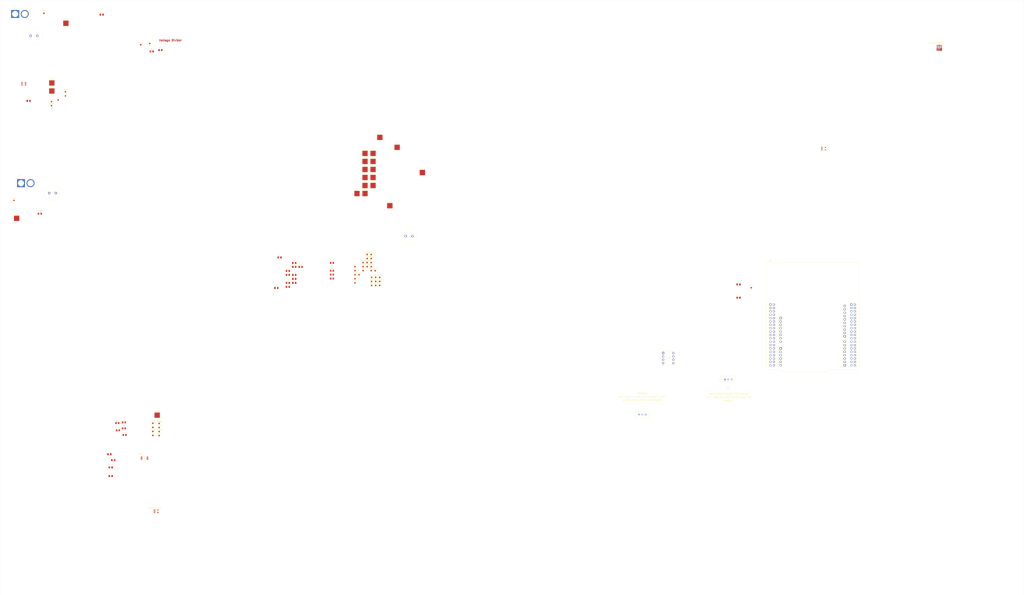
<source format=kicad_pcb>
(kicad_pcb (version 20241229) (generator "pcbnew") (generator_version "9.0")
  (layers (0 "F.Cu" signal) (4 "In1.Cu" power "GND") (6 "In2.Cu" power "3.3V") (2 "B.Cu" signal) (13 "F.Paste" user) (15 "B.Paste" user) (5 "F.SilkS" user "F.Silkscreen") (7 "B.SilkS" user "B.Silkscreen") (1 "F.Mask" user) (3 "B.Mask" user) (25 "Edge.Cuts" user))
  (net 0 "")
  (net 1 "GND")
  (net 2 "+5V")
  (net 3 "+3.3V")
  (net 4 "48V_OUT")
  (net 5 "Net-(U6-VCC)")
  (net 6 "Net-(U8-AIN0)")
  (net 7 "Net-(U8-AIN2)")
  (net 8 "Net-(U8-AIN1)")
  (net 9 "48V_IN")
  (net 10 "/CAN_H")
  (net 11 "/CAN_L")
  (net 12 "/VoltageDividerOut")
  (net 13 "/I_Sense")
  (net 14 "/V_Sense")
  (net 15 "/STM32ChipSelectSignal")
  (net 16 "Net-(U8-DOUT_DRDY_N)")
  (net 17 "/STM_MISO")
  (net 18 "Net-(U1-PA7)")
  (net 19 "/STM_MOSI")
  (net 20 "/V_Ref")
  (net 21 "/SCK")
  (net 22 "Net-(U1-PA5)")
  (net 23 "Net-(U1-PB0)")
  (net 24 "Net-(U1-PA4)")
  (net 25 "Net-(U6-PGOOD)")
  (net 26 "/STM_CAN_RX_PIN")
  (net 27 "/STM_CAN_TX_PIN")
  (net 28 "Net-(U9-BYP)")
  (footprint "Capacitor_SMD:C_0805_2012Metric_Pad1.18x1.45mm_HandSolder" (layer "F.Cu") (at 115.72695 130.633499)
    (property "Reference" "C5" (at 0 -1.68 0) (layer "F.SilkS"))
    (property "Value" "0.1uF")
    (pad "1" smd roundrect (at -1.0375 0) (size 1.175 1.45) (layers "F.Cu" "F.Mask" "F.Paste") (roundrect_rratio 0.212766) (net 2 "+5V"))
    (pad "2" smd roundrect (at 1.0375 0) (size 1.175 1.45) (layers "F.Cu" "F.Mask" "F.Paste") (roundrect_rratio 0.212766) (net 1 "GND"))
  )
  (footprint "Capacitor_SMD:C_0805_2012Metric_Pad1.18x1.45mm_HandSolder" (layer "F.Cu") (at -71 84.5)
    (property "Reference" "C24" (at 0 -1.68 0) (layer "F.SilkS"))
    (property "Value" "10uF")
    (pad "1" smd roundrect (at -1.0375 0) (size 1.175 1.45) (layers "F.Cu" "F.Mask" "F.Paste") (roundrect_rratio 0.212766) (net 1 "GND"))
    (pad "2" smd roundrect (at 1.0375 0) (size 1.175 1.45) (layers "F.Cu" "F.Mask" "F.Paste") (roundrect_rratio 0.212766) (net 1 "GND"))
  )
  (footprint "SMV_Passives:Big_Chunky_Cap" (layer "F.Cu") (at -61.5 69)
    (property "Reference" "C22" (at 0 -0.5 0) (layer "F.SilkS") (effects (font (thickness 0.1))))
    (property "Value" "470uF, 63V")
    (pad "3" thru_hole circle (at 2.50825 0) (size 1.7 1.7) (drill 1) (layers "*.Cu" "*.Mask"))
    (pad "4" thru_hole circle (at -2.50825 0) (size 1.7 1.7) (drill 1) (layers "*.Cu" "*.Mask"))
  )
  (footprint "TestPoint:TestPoint_Pad_4.0x4.0mm" (layer "F.Cu") (at 217 53.5)
    (property "Reference" "TP23" (at 0 -2.898 0) (layer "F.SilkS"))
    (property "Value" "TestPoint")
    (pad "1" smd rect (at 0 0) (size 4 4) (layers "F.Cu" "F.Mask") (net 5 "Net-(U6-VCC)"))
  )
  (footprint "TestPoint:TestPoint_Pad_4.0x4.0mm" (layer "F.Cu") (at 173.82695 51.173499)
    (property "Reference" "TP29" (at 0 -2.898 0) (layer "F.SilkS"))
    (property "Value" "TestPoint")
    (pad "1" smd rect (at 0 0) (size 4 4) (layers "F.Cu" "F.Mask") (net 1 "GND"))
  )
  (footprint "TestPoint:TestPoint_Pad_1.0x1.0mm" (layer "F.Cu") (at 178.75 135.55)
    (property "Reference" "TP35" (at 0 -1.448 0) (layer "F.SilkS"))
    (property "Value" "TestPoint")
    (pad "1" smd rect (at 0 0) (size 1 1) (layers "F.Cu" "F.Mask") (net 3 "+3.3V"))
  )
  (footprint "Capacitor_SMD:C_0805_2012Metric_Pad1.18x1.45mm_HandSolder" (layer "F.Cu") (at 120.53695 121.603499)
    (property "Reference" "C9" (at 0 -1.68 0) (layer "F.SilkS"))
    (property "Value" "22uF")
    (pad "1" smd roundrect (at -1.0375 0) (size 1.175 1.45) (layers "F.Cu" "F.Mask" "F.Paste") (roundrect_rratio 0.212766) (net 2 "+5V"))
    (pad "2" smd roundrect (at 1.0375 0) (size 1.175 1.45) (layers "F.Cu" "F.Mask" "F.Paste") (roundrect_rratio 0.212766) (net 1 "GND"))
  )
  (footprint "TestPoint:TestPoint_Pad_1.0x1.0mm" (layer "F.Cu") (at 14.05 245.5)
    (property "Reference" "TP11" (at 0 -1.448 0) (layer "F.SilkS"))
    (property "Value" "TestPoint")
    (pad "1" smd rect (at 0 0) (size 1 1) (layers "F.Cu" "F.Mask") (net 16 "Net-(U8-DOUT_DRDY_N)"))
  )
  (footprint "TestPoint:TestPoint_Pad_1.0x1.0mm" (layer "F.Cu") (at 169.32695 130.523499)
    (property "Reference" "TP16" (at 0 -1.448 0) (layer "F.SilkS"))
    (property "Value" "TestPoint")
    (pad "1" smd rect (at 0 0) (size 1 1) (layers "F.Cu" "F.Mask") (net 25 "Net-(U6-PGOOD)"))
  )
  (footprint "TestPoint:TestPoint_Pad_4.0x4.0mm" (layer "F.Cu") (at -62 -14)
    (property "Reference" "TP20" (at 0 -2.898 0) (layer "F.SilkS"))
    (property "Value" "TestPoint")
    (pad "1" smd rect (at 0 0) (size 4 4) (layers "F.Cu" "F.Mask") (net 1 "GND"))
  )
  (footprint "Resistor_SMD:R_0805_2012Metric_Pad1.20x1.40mm_HandSolder" (layer "F.Cu") (at 148.94695 127.473499)
    (property "Reference" "R9" (at 0 -1.65 0) (layer "F.SilkS"))
    (property "Value" "50Ω")
    (pad "1" smd roundrect (at -1 0) (size 1.2 1.4) (layers "F.Cu" "F.Mask" "F.Paste") (roundrect_rratio 0.208333) (net 22 "Net-(U1-PA5)"))
    (pad "2" smd roundrect (at 1 0) (size 1.2 1.4) (layers "F.Cu" "F.Mask" "F.Paste") (roundrect_rratio 0.208333) (net 21 "/SCK"))
  )
  (footprint "Capacitor_SMD:C_0805_2012Metric_Pad1.18x1.45mm_HandSolder" (layer "F.Cu") (at -17.6625 282.25)
    (property "Reference" "C2" (at 0 -1.68 0) (layer "F.SilkS"))
    (property "Value" "0.1uF")
    (pad "1" smd roundrect (at -1.0375 0) (size 1.175 1.45) (layers "F.Cu" "F.Mask" "F.Paste") (roundrect_rratio 0.212766) (net 1 "GND"))
    (pad "2" smd roundrect (at 1.0375 0) (size 1.175 1.45) (layers "F.Cu" "F.Mask" "F.Paste") (roundrect_rratio 0.212766) (net 3 "+3.3V"))
  )
  (footprint "SMV_ICs:RDN0011A-MFG" (layer "F.Cu") (at 606.229999 -40.349999)
    (property "Reference" "U6" (at 0 0 0) (layer "F.SilkS"))
    (property "Value" "PTPSM365R6V5RDNR")
    (fp_poly (pts (xy -0.199995 -2.4) (xy -0.099997 -2.5) (xy 0.1 -2.5) (xy 0.2 -2.4) (xy 0.2 -1.515001) (xy 0.239997 -1.475001) (xy 0.24 -1.475001) (xy 0.279999 -1.435001) (xy 0.279999 1.975) (xy 0.18 2.075) (xy -0.18 2.075) (xy -0.279999 1.975) (xy -0.279999 -1.435001) (xy -0.24 -1.475001) (xy -0.24 -1.474998) (xy -0.2 -1.515001)) (fill yes) (layer "F.Cu"))
    (fp_text user "Designator402" (at -2.4892 -3.937 0) (layer "F.SilkS"))
    (pad "1" smd rect (at -1.4 -1.962) (size 1.2 0.475) (layers "F.Cu") (net 25 "Net-(U6-PGOOD)"))
    (pad "2" smd rect (at -1.4 -1.15) (size 1.2 0.349999) (layers "F.Cu") (net 4 "48V_OUT"))
    (pad "3" smd rect (at -1.4 -0.650001) (size 1.2 0.349999) (layers "F.Cu") (net 4 "48V_OUT"))
    (pad "4" smd rect (at -1.2 1.000001) (size 1.599999 2.150001) (layers "F.Cu") (net 2 "+5V"))
    (pad "5" smd rect (at 1.2 1.000001) (size 1.599999 2.150001) (layers "F.Cu"))
    (pad "6" smd rect (at 1.4 -0.650001) (size 1.2 0.349999) (layers "F.Cu"))
    (pad "7" smd rect (at 1.4 -1.15) (size 1.2 0.349999) (layers "F.Cu"))
    (pad "8" smd rect (at 1.4 -1.962) (size 1.2 0.475) (layers "F.Cu") (net 5 "Net-(U6-VCC)"))
    (pad "9" smd rect (at 0.499999 -2.049998) (size 0.349999 0.900001) (layers "F.Cu") (net 2 "+5V"))
    (pad "10" smd circle (at 0 -1.004999) (size 0.504 0.504) (layers "F.Cu") (net 1 "GND"))
    (pad "11" smd rect (at -0.499999 -2.049998) (size 0.349999 0.900001) (layers "F.Cu") (net 1 "GND"))
    (pad "12" thru_hole circle (at -1.05 -0.650001) (size 0.349999 0.349999) (drill 0.2032) (layers "*.Cu" "*.Mask"))
    (pad "13" thru_hole circle (at -1.729999 -0.650001) (size 0.349999 0.349999) (drill 0.2032) (layers "*.Cu" "*.Mask"))
    (pad "14" thru_hole circle (at -0.780001 1.41) (size 0.499999 0.499999) (drill 0.2032) (layers "*.Cu" "*.Mask"))
    (pad "15" thru_hole circle (at -0.780001 0.589999) (size 0.499999 0.499999) (drill 0.2032) (layers "*.Cu" "*.Mask"))
    (pad "16" thru_hole circle (at -1.729999 1.549999) (size 0.499999 0.499999) (drill 0.2032) (layers "*.Cu" "*.Mask"))
    (pad "17" thru_hole circle (at -1.729999 1.05) (size 0.499999 0.499999) (drill 0.2032) (layers "*.Cu" "*.Mask"))
    (pad "18" thru_hole circle (at -1.729999 0.549999) (size 0.499999 0.499999) (drill 0.2032) (layers "*.Cu" "*.Mask"))
    (pad "19" thru_hole circle (at 0 -2.230001) (size 0.399999 0.399999) (drill 0.2032) (layers "*.Cu" "*.Mask"))
    (pad "20" thru_hole circle (at 0 -1.23) (size 0.399999 0.399999) (drill 0.2032) (layers "*.Cu" "*.Mask"))
    (pad "21" thru_hole circle (at 0 -0.23) (size 0.499999 0.499999) (drill 0.2032) (layers "*.Cu" "*.Mask"))
    (pad "22" thru_hole circle (at 0 0.770001) (size 0.499999 0.499999) (drill 0.2032) (layers "*.Cu" "*.Mask"))
    (pad "23" thru_hole circle (at 0 1.769999) (size 0.499999 0.499999) (drill 0.2032) (layers "*.Cu" "*.Mask"))
  )
  (footprint "SMV_Passives:Big_Chunky_Cap" (layer "F.Cu") (at -75.425 -49.5)
    (property "Reference" "C4" (at 0 -0.5 0) (layer "F.SilkS") (effects (font (thickness 0.1))))
    (property "Value" "470uF, 63V")
    (pad "3" thru_hole circle (at 2.50825 0) (size 1.7 1.7) (drill 1) (layers "*.Cu" "*.Mask"))
    (pad "4" thru_hole circle (at -2.50825 0) (size 1.7 1.7) (drill 1) (layers "*.Cu" "*.Mask"))
  )
  (footprint "TestPoint:TestPoint_Pad_1.0x1.0mm" (layer "F.Cu") (at -68 -66.5)
    (property "Reference" "TP2" (at 0 -1.448 0) (layer "F.SilkS"))
    (property "Value" "TestPoint")
    (pad "1" smd rect (at 0 0) (size 1 1) (layers "F.Cu" "F.Mask") (net 9 "48V_IN"))
  )
  (footprint "TestPoint:TestPoint_Pad_1.0x1.0mm" (layer "F.Cu") (at 172.37695 121.373499)
    (property "Reference" "TP26" (at 0 -1.448 0) (layer "F.SilkS"))
    (property "Value" "TestPoint")
    (pad "1" smd rect (at 0 0) (size 1 1) (layers "F.Cu" "F.Mask") (net 3 "+3.3V"))
  )
  (footprint "TestPoint:TestPoint_Pad_1.0x1.0mm" (layer "F.Cu") (at -62.25 0)
    (property "Reference" "TP17" (at 0 -1.448 0) (layer "F.SilkS"))
    (property "Value" "TestPoint")
    (pad "1" smd rect (at 0 0) (size 1 1) (layers "F.Cu" "F.Mask") (net 13 "/I_Sense"))
  )
  (footprint "TestPoint:TestPoint_Pad_1.0x1.0mm" (layer "F.Cu") (at 175.42695 124.423499)
    (property "Reference" "TP40" (at 0 -1.448 0) (layer "F.SilkS"))
    (property "Value" "TestPoint")
    (pad "1" smd rect (at 0 0) (size 1 1) (layers "F.Cu" "F.Mask") (net 3 "+3.3V"))
  )
  (footprint "SMV_ICs:PDIP8_300MC_MCH" (layer "F.Cu") (at 398.32 189.51)
    (property "Reference" "U3" (at 3.81 3.81 0) (layer "F.SilkS"))
    (property "Value" "MCP2562")
    (fp_text user "*" (at 0 -1.5113 0) (layer "F.SilkS"))
    (fp_text user "*" (at 0 -1.5113 0) (layer "F.SilkS"))
    (pad "1" thru_hole rect (at 0 0) (size 1.4986 1.4986) (drill 0.9906) (layers "*.Cu" "*.Mask") (net 27 "/STM_CAN_TX_PIN"))
    (pad "2" thru_hole circle (at 0 2.54) (size 1.4986 1.4986) (drill 0.9906) (layers "*.Cu" "*.Mask") (net 1 "GND"))
    (pad "3" thru_hole circle (at 0 5.08) (size 1.4986 1.4986) (drill 0.9906) (layers "*.Cu" "*.Mask") (net 2 "+5V"))
    (pad "4" thru_hole circle (at 0 7.62) (size 1.4986 1.4986) (drill 0.9906) (layers "*.Cu" "*.Mask") (net 26 "/STM_CAN_RX_PIN"))
    (pad "5" thru_hole circle (at 7.62 7.62) (size 1.4986 1.4986) (drill 0.9906) (layers "*.Cu" "*.Mask") (net 3 "+3.3V"))
    (pad "6" thru_hole circle (at 7.62 5.08) (size 1.4986 1.4986) (drill 0.9906) (layers "*.Cu" "*.Mask") (net 11 "/CAN_L"))
    (pad "7" thru_hole circle (at 7.62 2.54) (size 1.4986 1.4986) (drill 0.9906) (layers "*.Cu" "*.Mask") (net 10 "/CAN_H"))
    (pad "8" thru_hole circle (at 7.62 0) (size 1.4986 1.4986) (drill 0.9906) (layers "*.Cu" "*.Mask") (net 1 "GND"))
  )
  (footprint "TestPoint:TestPoint_Pad_1.0x1.0mm" (layer "F.Cu") (at 184.85 132.5)
    (property "Reference" "TP55" (at 0 -1.448 0) (layer "F.SilkS"))
    (property "Value" "TestPoint")
    (pad "1" smd rect (at 0 0) (size 1 1) (layers "F.Cu" "F.Mask") (net 3 "+3.3V"))
  )
  (footprint "TestPoint:TestPoint_Pad_1.0x1.0mm" (layer "F.Cu") (at 181.8 138.6)
    (property "Reference" "TP48" (at 0 -1.448 0) (layer "F.SilkS"))
    (property "Value" "TestPoint")
    (pad "1" smd rect (at 0 0) (size 1 1) (layers "F.Cu" "F.Mask") (net 2 "+5V"))
  )
  (footprint "TestPoint:TestPoint_Pad_1.0x1.0mm" (layer "F.Cu") (at 172.37695 127.473499)
    (property "Reference" "TP30" (at 0 -1.448 0) (layer "F.SilkS"))
    (property "Value" "TestPoint")
    (pad "1" smd rect (at 0 0) (size 1 1) (layers "F.Cu" "F.Mask") (net 18 "Net-(U1-PA7)"))
  )
  (footprint "Resistor_SMD:R_0805_2012Metric_Pad1.20x1.40mm_HandSolder" (layer "F.Cu") (at -7.7 241.75)
    (property "Reference" "R3" (at 0 -1.65 0) (layer "F.SilkS"))
    (property "Value" "500Ω")
    (pad "1" smd roundrect (at -1 0) (size 1.2 1.4) (layers "F.Cu" "F.Mask" "F.Paste") (roundrect_rratio 0.208333) (net 13 "/I_Sense"))
    (pad "2" smd roundrect (at 1 0) (size 1.2 1.4) (layers "F.Cu" "F.Mask" "F.Paste") (roundrect_rratio 0.208333) (net 6 "Net-(U8-AIN0)"))
  )
  (footprint "TestPoint:TestPoint_Pad_1.0x1.0mm" (layer "F.Cu") (at 11.75 -43.75)
    (property "Reference" "TP1" (at 0 -1.448 0) (layer "F.SilkS"))
    (property "Value" "TestPoint")
    (pad "1" smd rect (at 0 0) (size 1 1) (layers "F.Cu" "F.Mask") (net 12 "/VoltageDividerOut"))
  )
  (footprint "Capacitor_SMD:C_0805_2012Metric_Pad1.18x1.45mm_HandSolder" (layer "F.Cu") (at 115.72695 127.623499)
    (property "Reference" "C3" (at 0 -1.68 0) (layer "F.SilkS"))
    (property "Value" "0.1uF")
    (pad "1" smd roundrect (at -1.0375 0) (size 1.175 1.45) (layers "F.Cu" "F.Mask" "F.Paste") (roundrect_rratio 0.212766) (net 1 "GND"))
    (pad "2" smd roundrect (at 1.0375 0) (size 1.175 1.45) (layers "F.Cu" "F.Mask" "F.Paste") (roundrect_rratio 0.212766) (net 3 "+3.3V"))
  )
  (footprint "Resistor_SMD:R_0805_2012Metric_Pad1.20x1.40mm_HandSolder" (layer "F.Cu") (at -12.2 247.75)
    (property "Reference" "R6" (at 0 -1.65 0) (layer "F.SilkS"))
    (property "Value" "50Ω")
    (pad "1" smd roundrect (at -1 0) (size 1.2 1.4) (layers "F.Cu" "F.Mask" "F.Paste") (roundrect_rratio 0.208333) (net 16 "Net-(U8-DOUT_DRDY_N)"))
    (pad "2" smd roundrect (at 1 0) (size 1.2 1.4) (layers "F.Cu" "F.Mask" "F.Paste") (roundrect_rratio 0.208333) (net 17 "/STM_MISO"))
  )
  (footprint "SMV_ICs:SOIC_DBVRQ1_TEX" (layer "F.Cu") (at -83.13475 -13.450001)
    (property "Reference" "U4" (at 0 0 0) (layer "F.SilkS"))
    (property "Value" "TMCS1126B6AQDVGRQ1")
    (fp_text user "*" (at -1.61925 -2.6518 0) (layer "F.SilkS"))
    (fp_text user "*" (at -1.61925 -2.6518 0) (layer "F.SilkS"))
    (pad "1" smd rect (at -1.36525 -0.950001) (size 0.9779 0.5588) (layers "F.Cu" "F.Mask" "F.Paste") (net 9 "48V_IN"))
    (pad "2" smd rect (at -1.36525 0) (size 0.9779 0.5588) (layers "F.Cu" "F.Mask" "F.Paste") (net 4 "48V_OUT"))
    (pad "3" smd rect (at -1.36525 0.950001) (size 0.9779 0.5588) (layers "F.Cu" "F.Mask" "F.Paste") (net 1 "GND"))
    (pad "4" smd rect (at 1.36525 0.950001) (size 0.9779 0.5588) (layers "F.Cu" "F.Mask" "F.Paste") (net 3 "+3.3V"))
    (pad "5" smd rect (at 1.36525 0) (size 0.9779 0.5588) (layers "F.Cu" "F.Mask" "F.Paste") (net 3 "+3.3V"))
    (pad "6" smd rect (at 1.36525 -0.950001) (size 0.9779 0.5588) (layers "F.Cu" "F.Mask" "F.Paste") (net 13 "/I_Sense"))
  )
  (footprint "TestPoint:TestPoint_Pad_1.0x1.0mm" (layer "F.Cu") (at 18.8 248.7)
    (property "Reference" "TP60" (at 0 -1.448 0) (layer "F.SilkS"))
    (property "Value" "TestPoint")
    (pad "1" smd rect (at 0 0) (size 1 1) (layers "F.Cu" "F.Mask") (net 8 "Net-(U8-AIN1)"))
  )
  (footprint "Capacitor_SMD:C_0805_2012Metric_Pad1.18x1.45mm_HandSolder" (layer "F.Cu") (at 115.72695 136.653499)
    (property "Reference" "C7" (at 0 -1.68 0) (layer "F.SilkS"))
    (property "Value" "1uF")
    (pad "1" smd roundrect (at -1.0375 0) (size 1.175 1.45) (layers "F.Cu" "F.Mask" "F.Paste") (roundrect_rratio 0.212766) (net 1 "GND"))
    (pad "2" smd roundrect (at 1.0375 0) (size 1.175 1.45) (layers "F.Cu" "F.Mask" "F.Paste") (roundrect_rratio 0.212766) (net 5 "Net-(U6-VCC)"))
  )
  (footprint "Resistor_SMD:R_0805_2012Metric_Pad1.20x1.40mm_HandSolder" (layer "F.Cu") (at -12.7 242.25)
    (property "Reference" "R5" (at 0 -1.65 0) (layer "F.SilkS"))
    (property "Value" "4k7")
    (pad "1" smd roundrect (at -1 0) (size 1.2 1.4) (layers "F.Cu" "F.Mask" "F.Paste") (roundrect_rratio 0.208333) (net 3 "+3.3V"))
    (pad "2" smd roundrect (at 1 0) (size 1.2 1.4) (layers "F.Cu" "F.Mask" "F.Paste") (roundrect_rratio 0.208333) (net 15 "/STM32ChipSelectSignal"))
  )
  (footprint "TestPoint:TestPoint_Pad_4.0x4.0mm" (layer "F.Cu") (at 173.82695 45.123499)
    (property "Reference" "TP28" (at 0 -2.898 0) (layer "F.SilkS"))
    (property "Value" "TestPoint")
    (pad "1" smd rect (at 0 0) (size 4 4) (layers "F.Cu" "F.Mask") (net 1 "GND"))
  )
  (footprint "SMV_Connectors:3pin_CON_22035035_MOL" (layer "F.Cu") (at 385.13 235.82)
    (property "Reference" "J4" (at -2.49999 -6.35 0) (layer "F.SilkS"))
    (property "Value" "22035035")
    (fp_text user "22035035" (at -2.49999 -15.860001 0) (layer "F.SilkS"))
    (fp_text user "MINI-SPOX_2.5_W/B_VERT_PLUG_ASSY_-3_CKT" (at -2.49999 -13.320001 0) (layer "F.SilkS"))
    (fp_text user "WITHOUT_COIN,_COPPER_UNDERPLATING" (at -2.49999 -10.780001 0) (layer "F.SilkS"))
    (pad "1" thru_hole rect (at 0 0) (size 1.15 1.15) (drill 0.8) (layers "*.Cu" "*.Mask") (net 10 "/CAN_H"))
    (pad "2" thru_hole circle (at -2.5 0) (size 1.15 1.15) (drill 0.8) (layers "*.Cu" "*.Mask") (net 1 "GND"))
    (pad "3" thru_hole circle (at -5 0) (size 1.15 1.15) (drill 0.8) (layers "*.Cu" "*.Mask") (net 11 "/CAN_L"))
  )
  (footprint "TestPoint:TestPoint_Pad_1.0x1.0mm" (layer "F.Cu") (at 178.47695 115.273499)
    (property "Reference" "TP49" (at 0 -1.448 0) (layer "F.SilkS"))
    (property "Value" "TestPoint")
    (pad "1" smd rect (at 0 0) (size 1 1) (layers "F.Cu" "F.Mask") (net 26 "/STM_CAN_RX_PIN"))
  )
  (footprint "Resistor_SMD:R_0805_2012Metric_Pad1.20x1.40mm_HandSolder" (layer "F.Cu") (at 148.94695 133.373499)
    (property "Reference" "R12" (at 0 -1.65 0) (layer "F.SilkS"))
    (property "Value" "50Ω")
    (pad "1" smd roundrect (at -1 0) (size 1.2 1.4) (layers "F.Cu" "F.Mask" "F.Paste") (roundrect_rratio 0.208333) (net 24 "Net-(U1-PA4)"))
    (pad "2" smd roundrect (at 1 0) (size 1.2 1.4) (layers "F.Cu" "F.Mask" "F.Paste") (roundrect_rratio 0.208333) (net 15 "/STM32ChipSelectSignal"))
  )
  (footprint "TestPoint:TestPoint_Pad_1.0x1.0mm" (layer "F.Cu") (at 181.52695 127.473499)
    (property "Reference" "TP64" (at 0 -1.448 0) (layer "F.SilkS"))
    (property "Value" "TestPoint")
    (pad "1" smd rect (at 0 0) (size 1 1) (layers "F.Cu" "F.Mask") (net 2 "+5V"))
  )
  (footprint "TestPoint:TestPoint_Pad_1.0x1.0mm" (layer "F.Cu") (at 178.75 132.5)
    (property "Reference" "TP34" (at 0 -1.448 0) (layer "F.SilkS"))
    (property "Value" "TestPoint")
    (pad "1" smd rect (at 0 0) (size 1 1) (layers "F.Cu" "F.Mask") (net 24 "Net-(U1-PA4)"))
  )
  (footprint "TestPoint:TestPoint_Pad_1.0x1.0mm" (layer "F.Cu") (at 464.63 140.32)
    (property "Reference" "TP42" (at 0 -1.448 0) (layer "F.SilkS"))
    (property "Value" "TestPoint")
    (pad "1" smd rect (at 0 0) (size 1 1) (layers "F.Cu" "F.Mask") (net 3 "+3.3V"))
  )
  (footprint "TestPoint:TestPoint_Pad_1.0x1.0mm" (layer "F.Cu") (at 5 -42.75)
    (property "Reference" "TP66" (at 0 -1.448 0) (layer "F.SilkS"))
    (property "Value" "TestPoint")
    (pad "1" smd rect (at 0 0) (size 1 1) (layers "F.Cu" "F.Mask") (net 4 "48V_OUT"))
  )
  (footprint "TestPoint:TestPoint_Pad_1.0x1.0mm" (layer "F.Cu") (at 18.8 245.65)
    (property "Reference" "TP59" (at 0 -1.448 0) (layer "F.SilkS"))
    (property "Value" "TestPoint")
    (pad "1" smd rect (at 0 0) (size 1 1) (layers "F.Cu" "F.Mask") (net 6 "Net-(U8-AIN0)"))
  )
  (footprint "TestPoint:TestPoint_Pad_4.0x4.0mm" (layer "F.Cu") (at 179.87695 51.173499)
    (property "Reference" "TP45" (at 0 -2.898 0) (layer "F.SilkS"))
    (property "Value" "TestPoint")
    (pad "1" smd rect (at 0 0) (size 4 4) (layers "F.Cu" "F.Mask") (net 1 "GND"))
  )
  (footprint "Capacitor_SMD:C_0805_2012Metric_Pad1.18x1.45mm_HandSolder" (layer "F.Cu") (at 120.53695 124.613499)
    (property "Reference" "C11" (at 0 -1.68 0) (layer "F.SilkS"))
    (property "Value" "2.2uF")
    (pad "1" smd roundrect (at -1.0375 0) (size 1.175 1.45) (layers "F.Cu" "F.Mask" "F.Paste") (roundrect_rratio 0.212766) (net 1 "GND"))
    (pad "2" smd roundrect (at 1.0375 0) (size 1.175 1.45) (layers "F.Cu" "F.Mask" "F.Paste") (roundrect_rratio 0.212766) (net 3 "+3.3V"))
  )
  (footprint "TestPoint:TestPoint_Pad_4.0x4.0mm" (layer "F.Cu") (at -62 -7.95)
    (property "Reference" "TP21" (at 0 -2.898 0) (layer "F.SilkS"))
    (property "Value" "TestPoint")
    (pad "1" smd rect (at 0 0) (size 4 4) (layers "F.Cu" "F.Mask") (net 1 "GND"))
  )
  (footprint "TestPoint:TestPoint_Pad_1.0x1.0mm" (layer "F.Cu") (at -57.25 -1.25)
    (property "Reference" "TP9" (at 0 -1.448 0) (layer "F.SilkS"))
    (property "Value" "TestPoint")
    (pad "1" smd rect (at 0 0) (size 1 1) (layers "F.Cu" "F.Mask") (net 9 "48V_IN"))
  )
  (footprint "TestPoint:TestPoint_Pad_4.0x4.0mm" (layer "F.Cu") (at 173.82695 39.073499)
    (property "Reference" "TP25" (at 0 -2.898 0) (layer "F.SilkS"))
    (property "Value" "TestPoint")
    (pad "1" smd rect (at 0 0) (size 4 4) (layers "F.Cu" "F.Mask") (net 1 "GND"))
  )
  (footprint "Capacitor_SMD:C_0805_2012Metric_Pad1.18x1.45mm_HandSolder" (layer "F.Cu") (at -17.6625 275.75)
    (property "Reference" "C16" (at 0 -1.68 0) (layer "F.SilkS"))
    (property "Value" "0.1uF")
    (pad "1" smd roundrect (at -1.0375 0) (size 1.175 1.45) (layers "F.Cu" "F.Mask" "F.Paste") (roundrect_rratio 0.212766) (net 6 "Net-(U8-AIN0)"))
    (pad "2" smd roundrect (at 1.0375 0) (size 1.175 1.45) (layers "F.Cu" "F.Mask" "F.Paste") (roundrect_rratio 0.212766) (net 1 "GND"))
  )
  (footprint "Capacitor_SMD:C_0805_2012Metric_Pad1.18x1.45mm_HandSolder" (layer "F.Cu") (at -79.5 -0.5)
    (property "Reference" "C23" (at 0 -1.68 0) (layer "F.SilkS"))
    (property "Value" "0.1uF")
    (pad "1" smd roundrect (at -1.0375 0) (size 1.175 1.45) (layers "F.Cu" "F.Mask" "F.Paste") (roundrect_rratio 0.212766) (net 3 "+3.3V"))
    (pad "2" smd roundrect (at 1.0375 0) (size 1.175 1.45) (layers "F.Cu" "F.Mask" "F.Paste") (roundrect_rratio 0.212766) (net 1 "GND"))
  )
  (footprint "TestPoint:TestPoint_Pad_1.0x1.0mm" (layer "F.Cu") (at 178.47695 118.323499)
    (property "Reference" "TP50" (at 0 -1.448 0) (layer "F.SilkS"))
    (property "Value" "TestPoint")
    (pad "1" smd rect (at 0 0) (size 1 1) (layers "F.Cu" "F.Mask") (net 11 "/CAN_L"))
  )
  (footprint "TestPoint:TestPoint_Pad_1.0x1.0mm" (layer "F.Cu") (at 166.27695 133.573499)
    (property "Reference" "TP7" (at 0 -1.448 0) (layer "F.SilkS"))
    (property "Value" "TestPoint")
    (pad "1" smd rect (at 0 0) (size 1 1) (layers "F.Cu" "F.Mask") (net 3 "+3.3V"))
  )
  (footprint "Capacitor_SMD:C_0805_2012Metric_Pad1.18x1.45mm_HandSolder" (layer "F.Cu") (at 120.53695 136.653499)
    (property "Reference" "C15" (at 0 -1.68 0) (layer "F.SilkS"))
    (property "Value" "0.1uF")
    (pad "1" smd roundrect (at -1.0375 0) (size 1.175 1.45) (layers "F.Cu" "F.Mask" "F.Paste") (roundrect_rratio 0.212766) (net 1 "GND"))
    (pad "2" smd roundrect (at 1.0375 0) (size 1.175 1.45) (layers "F.Cu" "F.Mask" "F.Paste") (roundrect_rratio 0.212766) (net 4 "48V_OUT"))
  )
  (footprint "Capacitor_SMD:C_0805_2012Metric_Pad1.18x1.45mm_HandSolder" (layer "F.Cu") (at 120.53695 133.643499)
    (property "Reference" "C14" (at 0 -1.68 0) (layer "F.SilkS"))
    (property "Value" "0.1uF")
    (pad "1" smd roundrect (at -1.0375 0) (size 1.175 1.45) (layers "F.Cu" "F.Mask" "F.Paste") (roundrect_rratio 0.212766) (net 1 "GND"))
    (pad "2" smd roundrect (at 1.0375 0) (size 1.175 1.45) (layers "F.Cu" "F.Mask" "F.Paste") (roundrect_rratio 0.212766) (net 3 "+3.3V"))
  )
  (footprint "SMV_Connectors:3pin_CON_22035035_MOL" (layer "F.Cu") (at 444.88401 209.469998 180)
    (property "Reference" "J3" (at -2.49999 -6.35 180) (layer "F.SilkS"))
    (property "Value" "22035035")
    (fp_text user "WITHOUT_COIN,_COPPER_UNDERPLATING" (at -2.49999 -10.780001 180) (layer "F.SilkS"))
    (fp_text user "22035035" (at -2.49999 -15.860001 180) (layer "F.SilkS"))
    (fp_text user "MINI-SPOX_2.5_W/B_VERT_PLUG_ASSY_-3_CKT" (at -2.49999 -13.320001 180) (layer "F.SilkS"))
    (pad "1" thru_hole rect (at 0 0 180) (size 1.15 1.15) (drill 0.8) (layers "*.Cu" "*.Mask") (net 10 "/CAN_H"))
    (pad "2" thru_hole circle (at -2.5 0 180) (size 1.15 1.15) (drill 0.8) (layers "*.Cu" "*.Mask") (net 1 "GND"))
    (pad "3" thru_hole circle (at -5 0 180) (size 1.15 1.15) (drill 0.8) (layers "*.Cu" "*.Mask") (net 11 "/CAN_L"))
  )
  (footprint "TestPoint:TestPoint_Pad_4.0x4.0mm" (layer "F.Cu") (at 173.82695 63.273499)
    (property "Reference" "TP32" (at 0 -2.898 0) (layer "F.SilkS"))
    (property "Value" "TestPoint")
    (pad "1" smd rect (at 0 0) (size 4 4) (layers "F.Cu" "F.Mask") (net 1 "GND"))
  )
  (footprint "TestPoint:TestPoint_Pad_1.0x1.0mm" (layer "F.Cu") (at -51.75 -4.25)
    (property "Reference" "TP22" (at 0 -1.448 0) (layer "F.SilkS"))
    (property "Value" "TestPoint")
    (pad "1" smd rect (at 0 0) (size 1 1) (layers "F.Cu" "F.Mask") (net 3 "+3.3V"))
  )
  (footprint "Capacitor_SMD:C_0805_2012Metric_Pad1.18x1.45mm_HandSolder" (layer "F.Cu") (at -24.4625 -65.5)
    (property "Reference" "C21" (at 0 -1.68 0) (layer "F.SilkS"))
    (property "Value" "10uF")
    (pad "1" smd roundrect (at -1.0375 0) (size 1.175 1.45) (layers "F.Cu" "F.Mask" "F.Paste") (roundrect_rratio 0.212766) (net 1 "GND"))
    (pad "2" smd roundrect (at 1.0375 0) (size 1.175 1.45) (layers "F.Cu" "F.Mask" "F.Paste") (roundrect_rratio 0.212766) (net 1 "GND"))
  )
  (footprint "Capacitor_SMD:C_0805_2012Metric_Pad1.18x1.45mm_HandSolder" (layer "F.Cu") (at 455.0925 137.82)
    (property "Reference" "C12" (at 0 -1.68 0) (layer "F.SilkS"))
    (property "Value" "0.1uF")
    (pad "1" smd roundrect (at -1.0375 0) (size 1.175 1.45) (layers "F.Cu" "F.Mask" "F.Paste") (roundrect_rratio 0.212766) (net 1 "GND"))
    (pad "2" smd roundrect (at 1.0375 0) (size 1.175 1.45) (layers "F.Cu" "F.Mask" "F.Paste") (roundrect_rratio 0.212766) (net 3 "+3.3V"))
  )
  (footprint "TestPoint:TestPoint_Pad_1.0x1.0mm" (layer "F.Cu") (at 181.8 135.55)
    (property "Reference" "TP46" (at 0 -1.448 0) (layer "F.SilkS"))
    (property "Value" "TestPoint")
    (pad "1" smd rect (at 0 0) (size 1 1) (layers "F.Cu" "F.Mask") (net 27 "/STM_CAN_TX_PIN"))
  )
  (footprint "TestPoint:TestPoint_Pad_1.0x1.0mm" (layer "F.Cu") (at -62.25 3.05)
    (property "Reference" "TP18" (at 0 -1.448 0) (layer "F.SilkS"))
    (property "Value" "TestPoint")
    (pad "1" smd rect (at 0 0) (size 1 1) (layers "F.Cu" "F.Mask") (net 20 "/V_Ref"))
  )
  (footprint "SMV_ICs:MODULE_NUCLEO-F446RE" (layer "F.Cu") (at 510.87 162.55)
    (property "Reference" "U1" (at -31.825 -42.635 0) (layer "F.SilkS"))
    (property "Value" "~")
    (pad "" np_thru_hole circle (at -24.13 -13.32) (size 3 3) (drill 3) (layers "*.Cu" "*.Mask"))
    (pad "" np_thru_hole circle (at 8.89 38.75) (size 3 3) (drill 3) (layers "*.Cu" "*.Mask"))
    (pad "" np_thru_hole circle (at 24.13 -12.05) (size 3 3) (drill 3) (layers "*.Cu" "*.Mask"))
    (pad "CN5_1" thru_hole rect (at 24.13 14.37) (size 1.605 1.605) (drill 1.07) (layers "*.Cu" "*.Mask"))
    (pad "CN5_2" thru_hole circle (at 24.13 11.83) (size 1.605 1.605) (drill 1.07) (layers "*.Cu" "*.Mask"))
    (pad "CN5_3" thru_hole circle (at 24.13 9.29) (size 1.605 1.605) (drill 1.07) (layers "*.Cu" "*.Mask"))
    (pad "CN5_4" thru_hole circle (at 24.13 6.75) (size 1.605 1.605) (drill 1.07) (layers "*.Cu" "*.Mask"))
    (pad "CN5_5" thru_hole circle (at 24.13 4.21) (size 1.605 1.605) (drill 1.07) (layers "*.Cu" "*.Mask"))
    (pad "CN5_6" thru_hole circle (at 24.13 1.67) (size 1.605 1.605) (drill 1.07) (layers "*.Cu" "*.Mask"))
    (pad "CN5_7" thru_hole circle (at 24.13 -0.87) (size 1.605 1.605) (drill 1.07) (layers "*.Cu" "*.Mask"))
    (pad "CN5_8" thru_hole circle (at 24.13 -3.41) (size 1.605 1.605) (drill 1.07) (layers "*.Cu" "*.Mask"))
    (pad "CN5_9" thru_hole circle (at 24.13 -5.95) (size 1.605 1.605) (drill 1.07) (layers "*.Cu" "*.Mask"))
    (pad "CN5_10" thru_hole circle (at 24.13 -8.49) (size 1.605 1.605) (drill 1.07) (layers "*.Cu" "*.Mask"))
    (pad "CN6_1" thru_hole rect (at -24.13 0.65) (size 1.605 1.605) (drill 1.07) (layers "*.Cu" "*.Mask"))
    (pad "CN6_2" thru_hole circle (at -24.13 3.19) (size 1.605 1.605) (drill 1.07) (layers "*.Cu" "*.Mask"))
    (pad "CN6_3" thru_hole circle (at -24.13 5.73) (size 1.605 1.605) (drill 1.07) (layers "*.Cu" "*.Mask"))
    (pad "CN6_4" thru_hole circle (at -24.13 8.27) (size 1.605 1.605) (drill 1.07) (layers "*.Cu" "*.Mask"))
    (pad "CN6_5" thru_hole circle (at -24.13 10.81) (size 1.605 1.605) (drill 1.07) (layers "*.Cu" "*.Mask"))
    (pad "CN6_6" thru_hole circle (at -24.13 13.35) (size 1.605 1.605) (drill 1.07) (layers "*.Cu" "*.Mask"))
    (pad "CN6_7" thru_hole circle (at -24.13 15.89) (size 1.605 1.605) (drill 1.07) (layers "*.Cu" "*.Mask"))
    (pad "CN6_8" thru_hole circle (at -24.13 18.43) (size 1.605 1.605) (drill 1.07) (layers "*.Cu" "*.Mask"))
    (pad "CN7_1" thru_hole rect (at -31.75 -9.51) (size 1.53 1.53) (drill 1.02) (layers "*.Cu" "*.Mask"))
    (pad "CN7_2" thru_hole circle (at -29.21 -9.51) (size 1.53 1.53) (drill 1.02) (layers "*.Cu" "*.Mask"))
    (pad "CN7_3" thru_hole circle (at -31.75 -6.97) (size 1.53 1.53) (drill 1.02) (layers "*.Cu" "*.Mask"))
    (pad "CN7_4" thru_hole circle (at -29.21 -6.97) (size 1.53 1.53) (drill 1.02) (layers "*.Cu" "*.Mask"))
    (pad "CN7_5" thru_hole circle (at -31.75 -4.43) (size 1.53 1.53) (drill 1.02) (layers "*.Cu" "*.Mask"))
    (pad "CN7_6" thru_hole circle (at -29.21 -4.43) (size 1.53 1.53) (drill 1.02) (layers "*.Cu" "*.Mask"))
    (pad "CN7_7" thru_hole circle (at -31.75 -1.89) (size 1.53 1.53) (drill 1.02) (layers "*.Cu" "*.Mask"))
    (pad "CN7_8" thru_hole circle (at -29.21 -1.89) (size 1.53 1.53) (drill 1.02) (layers "*.Cu" "*.Mask"))
    (pad "CN7_9" thru_hole circle (at -31.75 0.65) (size 1.53 1.53) (drill 1.02) (layers "*.Cu" "*.Mask"))
    (pad "CN7_10" thru_hole circle (at -29.21 0.65) (size 1.53 1.53) (drill 1.02) (layers "*.Cu" "*.Mask"))
    (pad "CN7_11" thru_hole circle (at -31.75 3.19) (size 1.53 1.53) (drill 1.02) (layers "*.Cu" "*.Mask"))
    (pad "CN7_12" thru_hole circle (at -29.21 3.19) (size 1.53 1.53) (drill 1.02) (layers "*.Cu" "*.Mask"))
    (pad "CN7_13" thru_hole circle (at -31.75 5.73) (size 1.53 1.53) (drill 1.02) (layers "*.Cu" "*.Mask"))
    (pad "CN7_14" thru_hole circle (at -29.21 5.73) (size 1.53 1.53) (drill 1.02) (layers "*.Cu" "*.Mask"))
    (pad "CN7_15" thru_hole circle (at -31.75 8.27) (size 1.53 1.53) (drill 1.02) (layers "*.Cu" "*.Mask"))
    (pad "CN7_16" thru_hole circle (at -29.21 8.27) (size 1.53 1.53) (drill 1.02) (layers "*.Cu" "*.Mask"))
    (pad "CN7_17" thru_hole circle (at -31.75 10.81) (size 1.53 1.53) (drill 1.02) (layers "*.Cu" "*.Mask"))
    (pad "CN7_18" thru_hole circle (at -29.21 10.81) (size 1.53 1.53) (drill 1.02) (layers "*.Cu" "*.Mask"))
    (pad "CN7_19" thru_hole circle (at -31.75 13.35) (size 1.53 1.53) (drill 1.02) (layers "*.Cu" "*.Mask"))
    (pad "CN7_20" thru_hole circle (at -29.21 13.35) (size 1.53 1.53) (drill 1.02) (layers "*.Cu" "*.Mask"))
    (pad "CN7_21" thru_hole circle (at -31.75 15.89) (size 1.53 1.53) (drill 1.02) (layers "*.Cu" "*.Mask"))
    (pad "CN7_22" thru_hole circle (at -29.21 15.89) (size 1.53 1.53) (drill 1.02) (layers "*.Cu" "*.Mask"))
    (pad "CN7_23" thru_hole circle (at -31.75 18.43) (size 1.53 1.53) (drill 1.02) (layers "*.Cu" "*.Mask"))
    (pad "CN7_24" thru_hole circle (at -29.21 18.43) (size 1.53 1.53) (drill 1.02) (layers "*.Cu" "*.Mask"))
    (pad "CN7_25" thru_hole circle (at -31.75 20.97) (size 1.53 1.53) (drill 1.02) (layers "*.Cu" "*.Mask"))
    (pad "CN7_26" thru_hole circle (at -29.21 20.97) (size 1.53 1.53) (drill 1.02) (layers "*.Cu" "*.Mask"))
    (pad "CN7_27" thru_hole circle (at -31.75 23.51) (size 1.53 1.53) (drill 1.02) (layers "*.Cu" "*.Mask"))
    (pad "CN7_28" thru_hole circle (at -29.21 23.51) (size 1.53 1.53) (drill 1.02) (layers "*.Cu" "*.Mask"))
    (pad "CN7_29" thru_hole circle (at -31.75 26.05) (size 1.53 1.53) (drill 1.02) (layers "*.Cu" "*.Mask"))
    (pad "CN7_30" thru_hole circle (at -29.21 26.05) (size 1.53 1.53) (drill 1.02) (layers "*.Cu" "*.Mask"))
    (pad "CN7_31" thru_hole circle (at -31.75 28.59) (size 1.53 1.53) (drill 1.02) (layers "*.Cu" "*.Mask"))
    (pad "CN7_32" thru_hole circle (at -29.21 28.59) (size 1.53 1.53) (drill 1.02) (layers "*.Cu" "*.Mask"))
    (pad "CN7_33" thru_hole circle (at -31.75 31.13) (size 1.53 1.53) (drill 1.02) (layers "*.Cu" "*.Mask"))
    (pad "CN7_34" thru_hole circle (at -29.21 31.13) (size 1.53 1.53) (drill 1.02) (layers "*.Cu" "*.Mask"))
    (pad "CN7_35" thru_hole circle (at -31.75 33.67) (size 1.53 1.53) (drill 1.02) (layers "*.Cu" "*.Mask"))
    (pad "CN7_36" thru_hole circle (at -29.21 33.67) (size 1.53 1.53) (drill 1.02) (layers "*.Cu" "*.Mask"))
    (pad "CN7_37" thru_hole circle (at -31.75 36.21) (size 1.53 1.53) (drill 1.02) (layers "*.Cu" "*.Mask"))
    (pad "CN7_38" thru_hole circle (at -29.21 36.21) (size 1.53 1.53) (drill 1.02) (layers "*.Cu" "*.Mask"))
    (pad "CN8_1" thru_hole rect (at -24.13 23.51) (size 1.605 1.605) (drill 1.07) (layers "*.Cu" "*.Mask"))
    (pad "CN8_2" thru_hole circle (at -24.13 26.05) (size 1.605 1.605) (drill 1.07) (layers "*.Cu" "*.Mask"))
    (pad "CN8_3" thru_hole circle (at -24.13 28.59) (size 1.605 1.605) (drill 1.07) (layers "*.Cu" "*.Mask"))
    (pad "CN8_4" thru_hole circle (at -24.13 31.13) (size 1.605 1.605) (drill 1.07) (layers "*.Cu" "*.Mask"))
    (pad "CN8_5" thru_hole circle (at -24.13 33.67) (size 1.605 1.605) (drill 1.07) (layers "*.Cu" "*.Mask"))
    (pad "CN8_6" thru_hole circle (at -24.13 36.21) (size 1.605 1.605) (drill 1.07) (layers "*.Cu" "*.Mask"))
    (pad "CN9_1" thru_hole rect (at 24.13 36.21) (size 1.605 1.605) (drill 1.07) (layers "*.Cu" "*.Mask"))
    (pad "CN9_2" thru_hole circle (at 24.13 33.67) (size 1.605 1.605) (drill 1.07) (layers "*.Cu" "*.Mask"))
    (pad "CN9_3" thru_hole circle (at 24.13 31.13) (size 1.605 1.605) (drill 1.07) (layers "*.Cu" "*.Mask"))
    (pad "CN9_4" thru_hole circle (at 24.13 28.59) (size 1.605 1.605) (drill 1.07) (layers "*.Cu" "*.Mask"))
    (pad "CN9_5" thru_hole circle (at 24.13 26.05) (size 1.605 1.605) (drill 1.07) (layers "*.Cu" "*.Mask"))
    (pad "CN9_6" thru_hole circle (at 24.13 23.51) (size 1.605 1.605) (drill 1.07) (layers "*.Cu" "*.Mask"))
    (pad "CN9_7" thru_hole circle (at 24.13 20.97) (size 1.605 1.605) (drill 1.07) (layers "*.Cu" "*.Mask"))
    (pad "CN9_8" thru_hole circle (at 24.13 18.43) (size 1.605 1.605) (drill 1.07) (layers "*.Cu" "*.Mask"))
    (pad "CN10_1" thru_hole rect (at 29.21 -9.51) (size 1.53 1.53) (drill 1.02) (layers "*.Cu" "*.Mask"))
    (pad "CN10_2" thru_hole circle (at 31.75 -9.51) (size 1.53 1.53) (drill 1.02) (layers "*.Cu" "*.Mask"))
    (pad "CN10_3" thru_hole circle (at 29.21 -6.97) (size 1.53 1.53) (drill 1.02) (layers "*.Cu" "*.Mask"))
    (pad "CN10_4" thru_hole circle (at 31.75 -6.97) (size 1.53 1.53) (drill 1.02) (layers "*.Cu" "*.Mask"))
    (pad "CN10_5" thru_hole circle (at 29.21 -4.43) (size 1.53 1.53) (drill 1.02) (layers "*.Cu" "*.Mask"))
    (pad "CN10_6" thru_hole circle (at 31.75 -4.43) (size 1.53 1.53) (drill 1.02) (layers "*.Cu" "*.Mask"))
    (pad "CN10_7" thru_hole circle (at 29.21 -1.89) (size 1.53 1.53) (drill 1.02) (layers "*.Cu" "*.Mask"))
    (pad "CN10_8" thru_hole circle (at 31.75 -1.89) (size 1.53 1.53) (drill 1.02) (layers "*.Cu" "*.Mask"))
    (pad "CN10_9" thru_hole circle (at 29.21 0.65) (size 1.53 1.53) (drill 1.02) (layers "*.Cu" "*.Mask"))
    (pad "CN10_10" thru_hole circle (at 31.75 0.65) (size 1.53 1.53) (drill 1.02) (layers "*.Cu" "*.Mask"))
    (pad "CN10_11" thru_hole circle (at 29.21 3.19) (size 1.53 1.53) (drill 1.02) (layers "*.Cu" "*.Mask"))
    (pad "CN10_12" thru_hole circle (at 31.75 3.19) (size 1.53 1.53) (drill 1.02) (layers "*.Cu" "*.Mask"))
    (pad "CN10_13" thru_hole circle (at 29.21 5.73) (size 1.53 1.53) (drill 1.02) (layers "*.Cu" "*.Mask"))
    (pad "CN10_14" thru_hole circle (at 31.75 5.73) (size 1.53 1.53) (drill 1.02) (layers "*.Cu" "*.Mask"))
    (pad "CN10_15" thru_hole circle (at 29.21 8.27) (size 1.53 1.53) (drill 1.02) (layers "*.Cu" "*.Mask"))
    (pad "CN10_16" thru_hole circle (at 31.75 8.27) (size 1.53 1.53) (drill 1.02) (layers "*.Cu" "*.Mask"))
    (pad "CN10_17" thru_hole circle (at 29.21 10.81) (size 1.53 1.53) (drill 1.02) (layers "*.Cu" "*.Mask"))
    (pad "CN10_18" thru_hole circle (at 31.75 10.81) (size 1.53 1.53) (drill 1.02) (layers "*.Cu" "*.Mask"))
    (pad "CN10_19" thru_hole circle (at 29.21 13.35) (size 1.53 1.53) (drill 1.02) (layers "*.Cu" "*.Mask"))
    (pad "CN10_20" thru_hole circle (at 31.75 13.35) (size 1.53 1.53) (drill 1.02) (layers "*.Cu" "*.Mask"))
    (pad "CN10_21" thru_hole circle (at 29.21 15.89) (size 1.53 1.53) (drill 1.02) (layers "*.Cu" "*.Mask"))
    (pad "CN10_22" thru_hole circle (at 31.75 15.89) (size 1.53 1.53) (drill 1.02) (layers "*.Cu" "*.Mask"))
    (pad "CN10_23" thru_hole circle (at 29.21 18.43) (size 1.53 1.53) (drill 1.02) (layers "*.Cu" "*.Mask"))
    (pad "CN10_24" thru_hole circle (at 31.75 18.43) (size 1.53 1.53) (drill 1.02) (layers "*.Cu" "*.Mask"))
    (pad "CN10_25" thru_hole circle (at 29.21 20.97) (size 1.53 1.53) (drill 1.02) (layers "*.Cu" "*.Mask"))
    (pad "CN10_26" thru_hole circle (at 31.75 20.97) (size 1.53 1.53) (drill 1.02) (layers "*.Cu" "*.Mask"))
    (pad "CN10_27" thru_hole circle (at 29.21 23.51) (size 1.53 1.53) (drill 1.02) (layers "*.Cu" "*.Mask"))
    (pad "CN10_28" thru_hole circle (at 31.75 23.51) (size 1.53 1.53) (drill 1.02) (layers "*.Cu" "*.Mask"))
    (pad "CN10_29" thru_hole circle (at 29.21 26.05) (size 1.53 1.53) (drill 1.02) (layers "*.Cu" "*.Mask"))
    (pad "CN10_30" thru_hole circle (at 31.75 26.05) (size 1.53 1.53) (drill 1.02) (layers "*.Cu" "*.Mask"))
    (pad "CN10_31" thru_hole circle (at 29.21 28.59) (size 1.53 1.53) (drill 1.02) (layers "*.Cu" "*.Mask"))
    (pad "CN10_32" thru_hole circle (at 31.75 28.59) (size 1.53 1.53) (drill 1.02) (layers "*.Cu" "*.Mask"))
    (pad "CN10_33" thru_hole circle (at 29.21 31.13) (size 1.53 1.53) (drill 1.02) (layers "*.Cu" "*.Mask"))
    (pad "CN10_34" thru_hole circle (at 31.75 31.13) (size 1.53 1.53) (drill 1.02) (layers "*.Cu" "*.Mask"))
    (pad "CN10_35" thru_hole circle (at 29.21 33.67) (size 1.53 1.53) (drill 1.02) (layers "*.Cu" "*.Mask"))
    (pad "CN10_36" thru_hole circle (at 31.75 33.67) (size 1.53 1.53) (drill 1.02) (layers "*.Cu" "*.Mask"))
    (pad "CN10_37" thru_hole circle (at 29.21 36.21) (size 1.53 1.53) (drill 1.02) (layers "*.Cu" "*.Mask"))
    (pad "CN10_38" thru_hole circle (at 31.75 36.21) (size 1.53 1.53) (drill 1.02) (layers "*.Cu" "*.Mask"))
  )
  (footprint "TestPoint:TestPoint_Pad_4.0x4.0mm" (layer "F.Cu") (at 179.87695 63.273499)
    (property "Reference" "TP54" (at 0 -2.898 0) (layer "F.SilkS"))
    (property "Value" "TestPoint")
    (pad "1" smd rect (at 0 0) (size 4 4) (layers "F.Cu" "F.Mask") (net 1 "GND"))
  )
  (footprint "SMV_Connectors:AMASS_XT60-M" (layer "F.Cu") (at -81.6 61.5)
    (property "Reference" "J2" (at -4.825 -5.935 0) (layer "F.SilkS"))
    (property "Value" "XT60-M")
    (pad "N" thru_hole circle (at 3.6 0) (size 6 6) (drill 4.55) (layers "*.Cu" "*.Mask") (net 1 "GND"))
    (pad "P" thru_hole rect (at -3.6 0) (size 6 6) (drill 4.55) (layers "*.Cu" "*.Mask") (net 4 "48V_OUT"))
  )
  (footprint "TestPoint:TestPoint_Pad_4.0x4.0mm" (layer "F.Cu") (at 167.77695 69.323499)
    (property "Reference" "TP24" (at 0 -2.898 0) (layer "F.SilkS"))
    (property "Value" "TestPoint")
    (pad "1" smd rect (at 0 0) (size 4 4) (layers "F.Cu" "F.Mask") (net 1 "GND"))
  )
  (footprint "TestPoint:TestPoint_Pad_4.0x4.0mm" (layer "F.Cu") (at 185 27)
    (property "Reference" "TP63" (at 0 -2.898 0) (layer "F.SilkS"))
    (property "Value" "TestPoint")
    (pad "1" smd rect (at 0 0) (size 4 4) (layers "F.Cu" "F.Mask") (net 1 "GND"))
  )
  (footprint "TestPoint:TestPoint_Pad_1.0x1.0mm" (layer "F.Cu") (at 181.8 132.5)
    (property "Reference" "TP43" (at 0 -1.448 0) (layer "F.SilkS"))
    (property "Value" "TestPoint")
    (pad "1" smd rect (at 0 0) (size 1 1) (layers "F.Cu" "F.Mask") (net 23 "Net-(U1-PB0)"))
  )
  (footprint "TestPoint:TestPoint_Pad_1.0x1.0mm" (layer "F.Cu") (at -51.75 -7.3)
    (property "Reference" "TP19" (at 0 -1.448 0) (layer "F.SilkS"))
    (property "Value" "TestPoint")
    (pad "1" smd rect (at 0 0) (size 1 1) (layers "F.Cu" "F.Mask") (net 4 "48V_OUT"))
  )
  (footprint "SMV_Passives:Big_Chunky_Cap" (layer "F.Cu") (at 206.99175 101.5)
    (property "Reference" "C10" (at 0 -0.5 0) (layer "F.SilkS") (effects (font (thickness 0.1))))
    (property "Value" "470pF")
    (pad "3" thru_hole circle (at 2.50825 0) (size 1.7 1.7) (drill 1) (layers "*.Cu" "*.Mask"))
    (pad "4" thru_hole circle (at -2.50825 0) (size 1.7 1.7) (drill 1) (layers "*.Cu" "*.Mask"))
  )
  (footprint "TestPoint:TestPoint_Pad_4.0x4.0mm" (layer "F.Cu") (at 17.3 236.35)
    (property "Reference" "TP62" (at 0 -2.898 0) (layer "F.SilkS"))
    (property "Value" "TestPoint")
    (pad "1" smd rect (at 0 0) (size 4 4) (layers "F.Cu" "F.Mask") (net 1 "GND"))
  )
  (footprint "Capacitor_SMD:C_0805_2012Metric_Pad1.18x1.45mm_HandSolder" (layer "F.Cu") (at -15.7375 270.25)
    (property "Reference" "C17" (at 0 -1.68 0) (layer "F.SilkS"))
    (property "Value" "0.1uF")
    (pad "1" smd roundrect (at -1.0375 0) (size 1.175 1.45) (layers "F.Cu" "F.Mask" "F.Paste") (roundrect_rratio 0.212766) (net 7 "Net-(U8-AIN2)"))
    (pad "2" smd roundrect (at 1.0375 0) (size 1.175 1.45) (layers "F.Cu" "F.Mask" "F.Paste") (roundrect_rratio 0.212766) (net 1 "GND"))
  )
  (footprint "TestPoint:TestPoint_Pad_4.0x4.0mm" (layer "F.Cu") (at -88.5 88)
    (property "Reference" "TP15" (at 0 -2.898 0) (layer "F.SilkS"))
    (property "Value" "TestPoint")
    (pad "1" smd rect (at 0 0) (size 4 4) (layers "F.Cu" "F.Mask") (net 1 "GND"))
  )
  (footprint "TestPoint:TestPoint_Pad_1.0x1.0mm" (layer "F.Cu") (at 178.75 138.6)
    (property "Reference" "TP36" (at 0 -1.448 0) (layer "F.SilkS"))
    (property "Value" "TestPoint")
    (pad "1" smd rect (at 0 0) (size 1 1) (layers "F.Cu" "F.Mask") (net 26 "/STM_CAN_RX_PIN"))
  )
  (footprint "TestPoint:TestPoint_Pad_4.0x4.0mm" (layer "F.Cu") (at 179.87695 39.073499)
    (property "Reference" "TP41" (at 0 -2.898 0) (layer "F.SilkS"))
    (property "Value" "TestPoint")
    (pad "1" smd rect (at 0 0) (size 4 4) (layers "F.Cu" "F.Mask") (net 1 "GND"))
  )
  (footprint "Resistor_SMD:R_0805_2012Metric_Pad1.20x1.40mm_HandSolder" (layer "F.Cu") (at -7.2 251.25)
    (property "Reference" "R4" (at 0 -1.65 0) (layer "F.SilkS"))
    (property "Value" "500Ω")
    (pad "1" smd roundrect (at -1 0) (size 1.2 1.4) (layers "F.Cu" "F.Mask" "F.Paste") (roundrect_rratio 0.208333) (net 14 "/V_Sense"))
    (pad "2" smd roundrect (at 1 0) (size 1.2 1.4) (layers "F.Cu" "F.Mask" "F.Paste") (roundrect_rratio 0.208333) (net 7 "Net-(U8-AIN2)"))
  )
  (footprint "TestPoint:TestPoint_Pad_1.0x1.0mm" (layer "F.Cu") (at 175.42695 121.373499)
    (property "Reference" "TP39" (at 0 -1.448 0) (layer "F.SilkS"))
    (property "Value" "TestPoint")
    (pad "1" smd rect (at 0 0) (size 1 1) (layers "F.Cu" "F.Mask") (net 27 "/STM_CAN_TX_PIN"))
  )
  (footprint "TestPoint:TestPoint_Pad_1.0x1.0mm" (layer "F.Cu") (at 18.8 242.6)
    (property "Reference" "TP58" (at 0 -1.448 0) (layer "F.SilkS"))
    (property "Value" "TestPoint")
    (pad "1" smd rect (at 0 0) (size 1 1) (layers "F.Cu" "F.Mask") (net 3 "+3.3V"))
  )
  (footprint "TestPoint:TestPoint_Pad_1.0x1.0mm" (layer "F.Cu") (at 166.27695 130.523499)
    (property "Reference" "TP6" (at 0 -1.448 0) (layer "F.SilkS"))
    (property "Value" "TestPoint")
    (pad "1" smd rect (at 0 0) (size 1 1) (layers "F.Cu" "F.Mask") (net 2 "+5V"))
  )
  (footprint "Capacitor_SMD:C_0805_2012Metric_Pad1.18x1.45mm_HandSolder" (layer "F.Cu") (at 120.53695 130.633499)
    (property "Reference" "C13" (at 0 -1.68 0) (layer "F.SilkS"))
    (property "Value" "0.1uF")
    (pad "1" smd roundrect (at -1.0375 0) (size 1.175 1.45) (layers "F.Cu" "F.Mask" "F.Paste") (roundrect_rratio 0.212766) (net 1 "GND"))
    (pad "2" smd roundrect (at 1.0375 0) (size 1.175 1.45) (layers "F.Cu" "F.Mask" "F.Paste") (roundrect_rratio 0.212766) (net 3 "+3.3V"))
  )
  (footprint "Resistor_SMD:R_0805_2012Metric_Pad1.20x1.40mm_HandSolder" (layer "F.Cu") (at 148.94695 130.423499)
    (property "Reference" "R11" (at 0 -1.65 0) (layer "F.SilkS"))
    (property "Value" "0Ω")
    (pad "1" smd roundrect (at -1 0) (size 1.2 1.4) (layers "F.Cu" "F.Mask" "F.Paste") (roundrect_rratio 0.208333) (net 3 "+3.3V"))
    (pad "2" smd roundrect (at 1 0) (size 1.2 1.4) (layers "F.Cu" "F.Mask" "F.Paste") (roundrect_rratio 0.208333) (net 23 "Net-(U1-PB0)"))
  )
  (footprint "TestPoint:TestPoint_Pad_1.0x1.0mm" (layer "F.Cu") (at 18.8 251.75)
    (property "Reference" "TP61" (at 0 -1.448 0) (layer "F.SilkS"))
    (property "Value" "TestPoint")
    (pad "1" smd rect (at 0 0) (size 1 1) (layers "F.Cu" "F.Mask") (net 7 "Net-(U8-AIN2)"))
  )
  (footprint "TestPoint:TestPoint_Pad_1.0x1.0mm" (layer "F.Cu") (at 172.37695 124.423499)
    (property "Reference" "TP27" (at 0 -1.448 0) (layer "F.SilkS"))
    (property "Value" "TestPoint")
    (pad "1" smd rect (at 0 0) (size 1 1) (layers "F.Cu" "F.Mask") (net 12 "/VoltageDividerOut"))
  )
  (footprint "TestPoint:TestPoint_Pad_1.0x1.0mm" (layer "F.Cu") (at 166.27695 124.423499)
    (property "Reference" "TP4" (at 0 -1.448 0) (layer "F.SilkS"))
    (property "Value" "TestPoint")
    (pad "1" smd rect (at 0 0) (size 1 1) (layers "F.Cu" "F.Mask") (net 4 "48V_OUT"))
  )
  (footprint "TestPoint:TestPoint_Pad_1.0x1.0mm" (layer "F.Cu") (at 14.05 248.55)
    (property "Reference" "TP12" (at 0 -1.448 0) (layer "F.SilkS"))
    (property "Value" "TestPoint")
    (pad "1" smd rect (at 0 0) (size 1 1) (layers "F.Cu" "F.Mask") (net 21 "/SCK"))
  )
  (footprint "TestPoint:TestPoint_Pad_1.0x1.0mm" (layer "F.Cu") (at 14.05 251.6)
    (property "Reference" "TP13" (at 0 -1.448 0) (layer "F.SilkS"))
    (property "Value" "TestPoint")
    (pad "1" smd rect (at 0 0) (size 1 1) (layers "F.Cu" "F.Mask") (net 15 "/STM32ChipSelectSignal"))
  )
  (footprint "TestPoint:TestPoint_Pad_4.0x4.0mm" (layer "F.Cu") (at -51.425 -59)
    (property "Reference" "TP14" (at 0 -2.898 0) (layer "F.SilkS"))
    (property "Value" "TestPoint")
    (pad "1" smd rect (at 0 0) (size 4 4) (layers "F.Cu" "F.Mask") (net 1 "GND"))
  )
  (footprint "Capacitor_SMD:C_0805_2012Metric_Pad1.18x1.45mm_HandSolder" (layer "F.Cu") (at -18.6625 265.75)
    (property "Reference" "C19" (at 0 -1.68 0) (layer "F.SilkS"))
    (property "Value" "0.1uF")
    (pad "1" smd roundrect (at -1.0375 0) (size 1.175 1.45) (layers "F.Cu" "F.Mask" "F.Paste") (roundrect_rratio 0.212766) (net 8 "Net-(U8-AIN1)"))
    (pad "2" smd roundrect (at 1.0375 0) (size 1.175 1.45) (layers "F.Cu" "F.Mask" "F.Paste") (roundrect_rratio 0.212766) (net 1 "GND"))
  )
  (footprint "TestPoint:TestPoint_Pad_1.0x1.0mm" (layer "F.Cu") (at 14.05 242.45)
    (property "Reference" "TP10" (at 0 -1.448 0) (layer "F.SilkS"))
    (property "Value" "TestPoint")
    (pad "1" smd rect (at 0 0) (size 1 1) (layers "F.Cu" "F.Mask") (net 19 "/STM_MOSI"))
  )
  (footprint "Capacitor_SMD:C_0805_2012Metric_Pad1.18x1.45mm_HandSolder" (layer "F.Cu") (at 125.34695 124.613499)
    (property "Reference" "C18" (at 0 -1.68 0) (layer "F.SilkS"))
    (property "Value" "0.1uF")
    (pad "1" smd roundrect (at -1.0375 0) (size 1.175 1.45) (layers "F.Cu" "F.Mask" "F.Paste") (roundrect_rratio 0.212766) (net 3 "+3.3V"))
    (pad "2" smd roundrect (at 1.0375 0) (size 1.175 1.45) (layers "F.Cu" "F.Mask" "F.Paste") (roundrect_rratio 0.212766) (net 1 "GND"))
  )
  (footprint "TestPoint:TestPoint_Pad_4.0x4.0mm" (layer "F.Cu") (at 192.5 78.5)
    (property "Reference" "TP65" (at 0 -2.898 0) (layer "F.SilkS"))
    (property "Value" "TestPoint")
    (pad "1" smd rect (at 0 0) (size 4 4) (layers "F.Cu" "F.Mask") (net 28 "Net-(U9-BYP)"))
  )
  (footprint "TestPoint:TestPoint_Pad_1.0x1.0mm" (layer "F.Cu") (at 184.85 135.55)
    (property "Reference" "TP56" (at 0 -1.448 0) (layer "F.SilkS"))
    (property "Value" "TestPoint")
    (pad "1" smd rect (at 0 0) (size 1 1) (layers "F.Cu" "F.Mask") (net 10 "/CAN_H"))
  )
  (footprint "TestPoint:TestPoint_Pad_1.0x1.0mm" (layer "F.Cu") (at 184.85 138.6)
    (property "Reference" "TP57" (at 0 -1.448 0) (layer "F.SilkS"))
    (property "Value" "TestPoint")
    (pad "1" smd rect (at 0 0) (size 1 1) (layers "F.Cu" "F.Mask") (net 11 "/CAN_L"))
  )
  (footprint "TestPoint:TestPoint_Pad_1.0x1.0mm" (layer "F.Cu") (at 166.27695 127.473499)
    (property "Reference" "TP5" (at 0 -1.448 0) (layer "F.SilkS"))
    (property "Value" "TestPoint")
    (pad "1" smd rect (at 0 0) (size 1 1) (layers "F.Cu" "F.Mask") (net 2 "+5V"))
  )
  (footprint "Resistor_SMD:R_0805_2012Metric_Pad1.20x1.40mm_HandSolder" (layer "F.Cu") (at 148.94695 121.573499)
    (property "Reference" "R7" (at 0 -1.65 0) (layer "F.SilkS"))
    (property "Value" "50Ω")
    (pad "1" smd roundrect (at -1 0) (size 1.2 1.4) (layers "F.Cu" "F.Mask" "F.Paste") (roundrect_rratio 0.208333) (net 18 "Net-(U1-PA7)"))
    (pad "2" smd roundrect (at 1 0) (size 1.2 1.4) (layers "F.Cu" "F.Mask" "F.Paste") (roundrect_rratio 0.208333) (net 19 "/STM_MOSI"))
  )
  (footprint "SMV_ICs:SOT-23-5_M5_MCH" (layer "F.Cu") (at 519.13475 35.450001)
    (property "Reference" "U9" (at 0 0 0) (layer "F.SilkS"))
    (property "Value" "MIC5219-3.3YM5-TR")
    (fp_text user "*" (at -1.61925 -2.601 0) (layer "F.SilkS"))
    (fp_text user "*" (at -1.61925 -2.601 0) (layer "F.SilkS"))
    (pad "1" smd rect (at -1.36525 -0.950001) (size 0.9779 0.508) (layers "F.Cu" "F.Mask" "F.Paste") (net 2 "+5V"))
    (pad "2" smd rect (at -1.36525 0) (size 0.9779 0.508) (layers "F.Cu" "F.Mask" "F.Paste") (net 1 "GND"))
    (pad "3" smd rect (at -1.36525 0.950001) (size 0.9779 0.508) (layers "F.Cu" "F.Mask" "F.Paste") (net 2 "+5V"))
    (pad "4" smd rect (at 1.36525 0.950001) (size 0.9779 0.508) (layers "F.Cu" "F.Mask" "F.Paste") (net 28 "Net-(U9-BYP)"))
    (pad "5" smd rect (at 1.36525 -0.950001) (size 0.9779 0.508) (layers "F.Cu" "F.Mask" "F.Paste") (net 3 "+3.3V"))
  )
  (footprint "SMV_ICs:DGS0010A_N" (layer "F.Cu") (at 7.8 268.75)
    (property "Reference" "U8" (at 0 0 0) (layer "F.SilkS"))
    (property "Value" "ADS1118QDGSRQ1")
    (fp_text user "ADC" (at -2.921 -3.0988 0) (layer "F.SilkS"))
    (pad "1" smd oval (at -2.224999 -1.000001 90) (size 0.299999 1.35) (layers "F.Cu" "F.Mask" "F.Paste") (net 21 "/SCK"))
    (pad "2" smd oval (at -2.224999 -0.500002 90) (size 0.299999 1.35) (layers "F.Cu" "F.Mask" "F.Paste") (net 15 "/STM32ChipSelectSignal"))
    (pad "3" smd oval (at -2.224999 0 90) (size 0.299999 1.35) (layers "F.Cu" "F.Mask" "F.Paste") (net 1 "GND"))
    (pad "4" smd oval (at -2.224999 0.499999 90) (size 0.299999 1.35) (layers "F.Cu" "F.Mask" "F.Paste") (net 6 "Net-(U8-AIN0)"))
    (pad "5" smd oval (at -2.224999 1.000001 90) (size 0.299999 1.35) (layers "F.Cu" "F.Mask" "F.Paste") (net 8 "Net-(U8-AIN1)"))
    (pad "6" smd oval (at 2.225002 1.000001 90) (size 0.299999 1.35) (layers "F.Cu" "F.Mask" "F.Paste") (net 7 "Net-(U8-AIN2)"))
    (pad "7" smd oval (at 2.225002 0.499999 90) (size 0.299999 1.35) (layers "F.Cu" "F.Mask" "F.Paste"))
    (pad "8" smd oval (at 2.225002 0 90) (size 0.299999 1.35) (layers "F.Cu" "F.Mask" "F.Paste") (net 3 "+3.3V"))
    (pad "9" smd oval (at 2.225002 -0.500002 90) (size 0.299999 1.35) (layers "F.Cu" "F.Mask" "F.Paste") (net 16 "Net-(U8-DOUT_DRDY_N)"))
    (pad "10" smd oval (at 2.225002 -1.000001 90) (size 0.299999 1.35) (layers "F.Cu" "F.Mask" "F.Paste") (net 19 "/STM_MOSI"))
  )
  (footprint "Resistor_SMD:R_0805_2012Metric_Pad1.20x1.40mm_HandSolder" (layer "F.Cu") (at -7.7 246.25)
    (property "Reference" "R8" (at 0 -1.65 0) (layer "F.SilkS"))
    (property "Value" "500Ω")
    (pad "1" smd roundrect (at -1 0) (size 1.2 1.4) (layers "F.Cu" "F.Mask" "F.Paste") (roundrect_rratio 0.208333) (net 20 "/V_Ref"))
    (pad "2" smd roundrect (at 1 0) (size 1.2 1.4) (layers "F.Cu" "F.Mask" "F.Paste") (roundrect_rratio 0.208333) (net 8 "Net-(U8-AIN1)"))
  )
  (footprint "Capacitor_SMD:C_0805_2012Metric_Pad1.18x1.45mm_HandSolder" (layer "F.Cu") (at 115.72695 139.663499)
    (property "Reference" "C8" (at 0 -1.68 0) (layer "F.SilkS"))
    (property "Value" "22uF")
    (pad "1" smd roundrect (at -1.0375 0) (size 1.175 1.45) (layers "F.Cu" "F.Mask" "F.Paste") (roundrect_rratio 0.212766) (net 2 "+5V"))
    (pad "2" smd roundrect (at 1.0375 0) (size 1.175 1.45) (layers "F.Cu" "F.Mask" "F.Paste") (roundrect_rratio 0.212766) (net 1 "GND"))
  )
  (footprint "SMV_ICs:SOT-23-5_MC_MCH" (layer "F.Cu") (at 16.595199 308.700001)
    (property "Reference" "U5" (at 0 0 0) (layer "F.SilkS"))
    (property "Value" "MCP6286T-E/OT")
    (fp_text user "Voltage Buffer" (at -1.549201 -2.601 0) (layer "F.SilkS"))
    (fp_text user "*" (at -1.549201 -2.601 0) (layer "F.SilkS"))
    (pad "1" smd rect (at -1.295199 -0.950001) (size 1.3208 0.508) (layers "F.Cu" "F.Mask" "F.Paste") (net 14 "/V_Sense"))
    (pad "2" smd rect (at -1.295199 0) (size 1.3208 0.508) (layers "F.Cu" "F.Mask" "F.Paste") (net 1 "GND"))
    (pad "3" smd rect (at -1.295199 0.950001) (size 1.3208 0.508) (layers "F.Cu" "F.Mask" "F.Paste") (net 12 "/VoltageDividerOut"))
    (pad "4" smd rect (at 1.295199 0.950001) (size 1.3208 0.508) (layers "F.Cu" "F.Mask" "F.Paste") (net 14 "/V_Sense"))
    (pad "5" smd rect (at 1.295199 -0.950001) (size 1.3208 0.508) (layers "F.Cu" "F.Mask" "F.Paste") (net 3 "+3.3V"))
  )
  (footprint "TestPoint:TestPoint_Pad_1.0x1.0mm" (layer "F.Cu") (at 178.47695 124.423499)
    (property "Reference" "TP52" (at 0 -1.448 0) (layer "F.SilkS"))
    (property "Value" "TestPoint")
    (pad "1" smd rect (at 0 0) (size 1 1) (layers "F.Cu" "F.Mask") (net 11 "/CAN_L"))
  )
  (footprint "TestPoint:TestPoint_Pad_4.0x4.0mm" (layer "F.Cu") (at 179.87695 57.223499)
    (property "Reference" "TP47" (at 0 -2.898 0) (layer "F.SilkS"))
    (property "Value" "TestPoint")
    (pad "1" smd rect (at 0 0) (size 4 4) (layers "F.Cu" "F.Mask") (net 1 "GND"))
  )
  (footprint "TestPoint:TestPoint_Pad_1.0x1.0mm" (layer "F.Cu") (at 178.47695 127.473499)
    (property "Reference" "TP53" (at 0 -1.448 0) (layer "F.SilkS"))
    (property "Value" "TestPoint")
    (pad "1" smd rect (at 0 0) (size 1 1) (layers "F.Cu" "F.Mask") (net 10 "/CAN_H"))
  )
  (footprint "Resistor_SMD:R_0805_2012Metric_Pad1.20x1.40mm_HandSolder" (layer "F.Cu") (at 13.25 -37.75)
    (property "Reference" "R1" (at 0 -1.65 0) (layer "F.SilkS"))
    (property "Value" "500kΩ")
    (pad "1" smd roundrect (at -1 0) (size 1.2 1.4) (layers "F.Cu" "F.Mask" "F.Paste") (roundrect_rratio 0.208333) (net 4 "48V_OUT"))
    (pad "2" smd roundrect (at 1 0) (size 1.2 1.4) (layers "F.Cu" "F.Mask" "F.Paste") (roundrect_rratio 0.208333) (net 12 "/VoltageDividerOut"))
  )
  (footprint "TestPoint:TestPoint_Pad_1.0x1.0mm" (layer "F.Cu") (at 166.27695 136.623499)
    (property "Reference" "TP8" (at 0 -1.448 0) (layer "F.SilkS"))
    (property "Value" "TestPoint")
    (pad "1" smd rect (at 0 0) (size 1 1) (layers "F.Cu" "F.Mask") (net 14 "/V_Sense"))
  )
  (footprint "TestPoint:TestPoint_Pad_4.0x4.0mm" (layer "F.Cu") (at 179.87695 45.123499)
    (property "Reference" "TP44" (at 0 -2.898 0) (layer "F.SilkS"))
    (property "Value" "TestPoint")
    (pad "1" smd rect (at 0 0) (size 4 4) (layers "F.Cu" "F.Mask") (net 1 "GND"))
  )
  (footprint "TestPoint:TestPoint_Pad_4.0x4.0mm" (layer "F.Cu") (at 173.82695 69.323499)
    (property "Reference" "TP33" (at 0 -2.898 0) (layer "F.SilkS"))
    (property "Value" "TestPoint")
    (pad "1" smd rect (at 0 0) (size 4 4) (layers "F.Cu" "F.Mask") (net 1 "GND"))
  )
  (footprint "TestPoint:TestPoint_Pad_1.0x1.0mm" (layer "F.Cu") (at 175.42695 118.323499)
    (property "Reference" "TP38" (at 0 -1.448 0) (layer "F.SilkS"))
    (property "Value" "TestPoint")
    (pad "1" smd rect (at 0 0) (size 1 1) (layers "F.Cu" "F.Mask") (net 22 "Net-(U1-PA5)"))
  )
  (footprint "Capacitor_SMD:C_0805_2012Metric_Pad1.18x1.45mm_HandSolder" (layer "F.Cu") (at 107.0375 140.5)
    (property "Reference" "C6" (at 0 -1.68 0) (layer "F.SilkS"))
    (property "Value" "2.2uF")
    (pad "1" smd roundrect (at -1.0375 0) (size 1.175 1.45) (layers "F.Cu" "F.Mask" "F.Paste") (roundrect_rratio 0.212766) (net 1 "GND"))
    (pad "2" smd roundrect (at 1.0375 0) (size 1.175 1.45) (layers "F.Cu" "F.Mask" "F.Paste") (roundrect_rratio 0.212766) (net 4 "48V_OUT"))
  )
  (footprint "SMV_Connectors:AMASS_XT60-M" (layer "F.Cu") (at -86 -66)
    (property "Reference" "J1" (at -4.825 -5.935 0) (layer "F.SilkS"))
    (property "Value" "XT60-M")
    (pad "N" thru_hole circle (at 3.6 0) (size 6 6) (drill 4.55) (layers "*.Cu" "*.Mask") (net 1 "GND"))
    (pad "P" thru_hole rect (at -3.6 0) (size 6 6) (drill 4.55) (layers "*.Cu" "*.Mask") (net 9 "48V_IN"))
  )
  (footprint "TestPoint:TestPoint_Pad_1.0x1.0mm" (layer "F.Cu") (at 175.42695 115.273499)
    (property "Reference" "TP37" (at 0 -1.448 0) (layer "F.SilkS"))
    (property "Value" "TestPoint")
    (pad "1" smd rect (at 0 0) (size 1 1) (layers "F.Cu" "F.Mask") (net 17 "/STM_MISO"))
  )
  (footprint "Resistor_SMD:R_0805_2012Metric_Pad1.20x1.40mm_HandSolder" (layer "F.Cu") (at 19.75 -38.75)
    (property "Reference" "R2" (at 0 -1.65 0) (layer "F.SilkS"))
    (property "Value" "20kΩ")
    (pad "1" smd roundrect (at -1 0) (size 1.2 1.4) (layers "F.Cu" "F.Mask" "F.Paste") (roundrect_rratio 0.208333) (net 12 "/VoltageDividerOut"))
    (pad "2" smd roundrect (at 1 0) (size 1.2 1.4) (layers "F.Cu" "F.Mask" "F.Paste") (roundrect_rratio 0.208333) (net 1 "GND"))
  )
  (footprint "TestPoint:TestPoint_Pad_1.0x1.0mm" (layer "F.Cu") (at -90.5 74.5)
    (property "Reference" "TP3" (at 0 -1.448 0) (layer "F.SilkS"))
    (property "Value" "TestPoint")
    (pad "1" smd rect (at 0 0) (size 1 1) (layers "F.Cu" "F.Mask") (net 4 "48V_OUT"))
  )
  (footprint "TestPoint:TestPoint_Pad_1.0x1.0mm" (layer "F.Cu") (at 178.47695 121.373499)
    (property "Reference" "TP51" (at 0 -1.448 0) (layer "F.SilkS"))
    (property "Value" "TestPoint")
    (pad "1" smd rect (at 0 0) (size 1 1) (layers "F.Cu" "F.Mask") (net 10 "/CAN_H"))
  )
  (footprint "TestPoint:TestPoint_Pad_4.0x4.0mm" (layer "F.Cu") (at 198 34.5)
    (property "Reference" "TP67" (at 0 -2.898 0) (layer "F.SilkS"))
    (property "Value" "TestPoint")
    (pad "1" smd rect (at 0 0) (size 4 4) (layers "F.Cu" "F.Mask") (net 1 "GND"))
  )
  (footprint "Capacitor_SMD:C_0805_2012Metric_Pad1.18x1.45mm_HandSolder" (layer "F.Cu") (at 109.5 117.5)
    (property "Reference" "C1" (at 0 -1.68 0) (layer "F.SilkS"))
    (property "Value" "0.1uF")
    (pad "1" smd roundrect (at -1.0375 0) (size 1.175 1.45) (layers "F.Cu" "F.Mask" "F.Paste") (roundrect_rratio 0.212766) (net 2 "+5V"))
    (pad "2" smd roundrect (at 1.0375 0) (size 1.175 1.45) (layers "F.Cu" "F.Mask" "F.Paste") (roundrect_rratio 0.212766) (net 1 "GND"))
  )
  (footprint "TestPoint:TestPoint_Pad_4.0x4.0mm" (layer "F.Cu") (at 173.82695 57.223499)
    (property "Reference" "TP31" (at 0 -2.898 0) (layer "F.SilkS"))
    (property "Value" "TestPoint")
    (pad "1" smd rect (at 0 0) (size 4 4) (layers "F.Cu" "F.Mask") (net 1 "GND"))
  )
  (footprint "Capacitor_SMD:C_0805_2012Metric_Pad1.18x1.45mm_HandSolder" (layer "F.Cu") (at 455.0925 147.82)
    (property "Reference" "C25" (at 0 -1.68 0) (layer "F.SilkS"))
    (property "Value" "10uF")
    (pad "1" smd roundrect (at -1.0375 0) (size 1.175 1.45) (layers "F.Cu" "F.Mask" "F.Paste") (roundrect_rratio 0.212766) (net 1 "GND"))
    (pad "2" smd roundrect (at 1.0375 0) (size 1.175 1.45) (layers "F.Cu" "F.Mask" "F.Paste") (roundrect_rratio 0.212766) (net 3 "+3.3V"))
  )
  (gr_rect (start -101 -76.5) (end 670 372) (stroke (width 0.05)) (fill no) (layer "Edge.Cuts"))
  (gr_text "Voltage Divider" (at 18.5 -45.25 0) (layer "F.Cu") (effects (font (size 1.5 1.5) (thickness 0.3) (bold yes)) (justify left bottom)))
)
</source>
